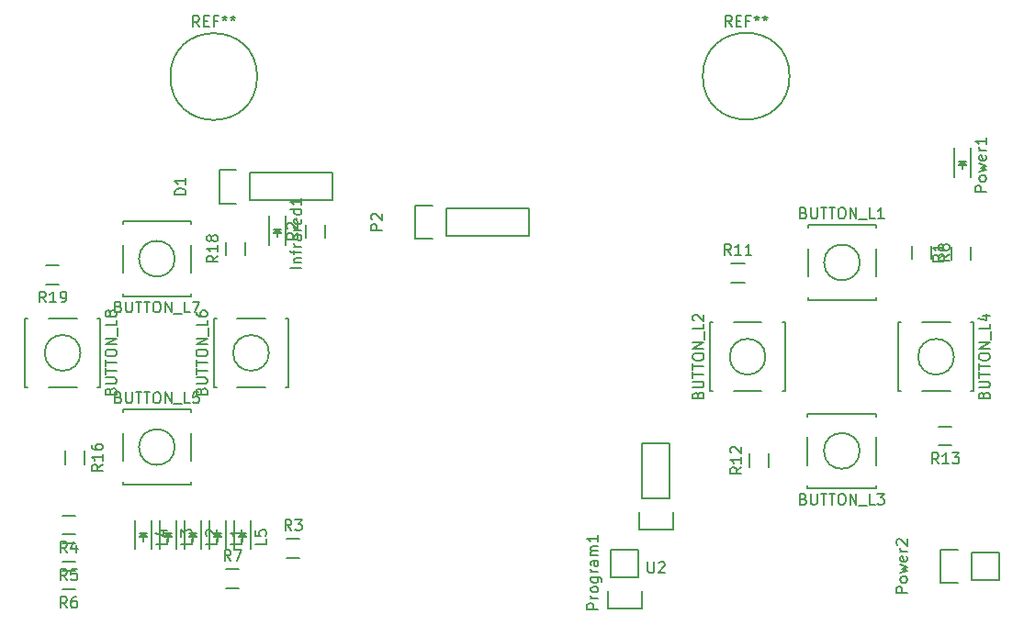
<source format=gto>
G04 #@! TF.FileFunction,Legend,Top*
%FSLAX46Y46*%
G04 Gerber Fmt 4.6, Leading zero omitted, Abs format (unit mm)*
G04 Created by KiCad (PCBNEW 4.0.2+e4-6225~38~ubuntu15.10.1-stable) date Thu 13 Oct 2016 11:24:21 SAST*
%MOMM*%
G01*
G04 APERTURE LIST*
%ADD10C,0.100000*%
%ADD11C,0.150000*%
G04 APERTURE END LIST*
D10*
D11*
X126402600Y-80899000D02*
G75*
G03X126402600Y-80899000I-4000000J0D01*
G01*
X128079100Y-94882100D02*
X128079100Y-94632100D01*
X128079100Y-94632100D02*
X134379100Y-94632100D01*
X134379100Y-94632100D02*
X134379100Y-94882100D01*
X128079100Y-99382100D02*
X128079100Y-96782100D01*
X134379100Y-101282100D02*
X134379100Y-101532100D01*
X134379100Y-101532100D02*
X128079100Y-101532100D01*
X128079100Y-101532100D02*
X128079100Y-101282100D01*
X134379100Y-96782100D02*
X134379100Y-99382100D01*
X132879100Y-98082100D02*
G75*
G03X132879100Y-98082100I-1650000J0D01*
G01*
X119329600Y-109931600D02*
X119079600Y-109931600D01*
X119079600Y-109931600D02*
X119079600Y-103631600D01*
X119079600Y-103631600D02*
X119329600Y-103631600D01*
X123829600Y-109931600D02*
X121229600Y-109931600D01*
X125729600Y-103631600D02*
X125979600Y-103631600D01*
X125979600Y-103631600D02*
X125979600Y-109931600D01*
X125979600Y-109931600D02*
X125729600Y-109931600D01*
X121229600Y-103631600D02*
X123829600Y-103631600D01*
X124179600Y-106781600D02*
G75*
G03X124179600Y-106781600I-1650000J0D01*
G01*
X134366400Y-118668400D02*
X134366400Y-118918400D01*
X134366400Y-118918400D02*
X128066400Y-118918400D01*
X128066400Y-118918400D02*
X128066400Y-118668400D01*
X134366400Y-114168400D02*
X134366400Y-116768400D01*
X128066400Y-112268400D02*
X128066400Y-112018400D01*
X128066400Y-112018400D02*
X134366400Y-112018400D01*
X134366400Y-112018400D02*
X134366400Y-112268400D01*
X128066400Y-116768400D02*
X128066400Y-114168400D01*
X132866400Y-115468400D02*
G75*
G03X132866400Y-115468400I-1650000J0D01*
G01*
X143103200Y-103631600D02*
X143353200Y-103631600D01*
X143353200Y-103631600D02*
X143353200Y-109931600D01*
X143353200Y-109931600D02*
X143103200Y-109931600D01*
X138603200Y-103631600D02*
X141203200Y-103631600D01*
X136703200Y-109931600D02*
X136453200Y-109931600D01*
X136453200Y-109931600D02*
X136453200Y-103631600D01*
X136453200Y-103631600D02*
X136703200Y-103631600D01*
X141203200Y-109931600D02*
X138603200Y-109931600D01*
X141553200Y-106781600D02*
G75*
G03X141553200Y-106781600I-1650000J0D01*
G01*
X64922000Y-111912800D02*
X64922000Y-111662800D01*
X64922000Y-111662800D02*
X71222000Y-111662800D01*
X71222000Y-111662800D02*
X71222000Y-111912800D01*
X64922000Y-116412800D02*
X64922000Y-113812800D01*
X71222000Y-118312800D02*
X71222000Y-118562800D01*
X71222000Y-118562800D02*
X64922000Y-118562800D01*
X64922000Y-118562800D02*
X64922000Y-118312800D01*
X71222000Y-113812800D02*
X71222000Y-116412800D01*
X69722000Y-115112800D02*
G75*
G03X69722000Y-115112800I-1650000J0D01*
G01*
X73558800Y-109576000D02*
X73308800Y-109576000D01*
X73308800Y-109576000D02*
X73308800Y-103276000D01*
X73308800Y-103276000D02*
X73558800Y-103276000D01*
X78058800Y-109576000D02*
X75458800Y-109576000D01*
X79958800Y-103276000D02*
X80208800Y-103276000D01*
X80208800Y-103276000D02*
X80208800Y-109576000D01*
X80208800Y-109576000D02*
X79958800Y-109576000D01*
X75458800Y-103276000D02*
X78058800Y-103276000D01*
X78408800Y-106426000D02*
G75*
G03X78408800Y-106426000I-1650000J0D01*
G01*
X71222000Y-100939200D02*
X71222000Y-101189200D01*
X71222000Y-101189200D02*
X64922000Y-101189200D01*
X64922000Y-101189200D02*
X64922000Y-100939200D01*
X71222000Y-96439200D02*
X71222000Y-99039200D01*
X64922000Y-94539200D02*
X64922000Y-94289200D01*
X64922000Y-94289200D02*
X71222000Y-94289200D01*
X71222000Y-94289200D02*
X71222000Y-94539200D01*
X64922000Y-99039200D02*
X64922000Y-96439200D01*
X69722000Y-97739200D02*
G75*
G03X69722000Y-97739200I-1650000J0D01*
G01*
X62585200Y-103276000D02*
X62835200Y-103276000D01*
X62835200Y-103276000D02*
X62835200Y-109576000D01*
X62835200Y-109576000D02*
X62585200Y-109576000D01*
X58085200Y-103276000D02*
X60685200Y-103276000D01*
X56185200Y-109576000D02*
X55935200Y-109576000D01*
X55935200Y-109576000D02*
X55935200Y-103276000D01*
X55935200Y-103276000D02*
X56185200Y-103276000D01*
X60685200Y-109576000D02*
X58085200Y-109576000D01*
X61035200Y-106426000D02*
G75*
G03X61035200Y-106426000I-1650000J0D01*
G01*
X76657200Y-92354400D02*
X84277200Y-92354400D01*
X76657200Y-89814400D02*
X84277200Y-89814400D01*
X73837200Y-89534400D02*
X75387200Y-89534400D01*
X84277200Y-92354400D02*
X84277200Y-89814400D01*
X76657200Y-89814400D02*
X76657200Y-92354400D01*
X75387200Y-92634400D02*
X73837200Y-92634400D01*
X73837200Y-92634400D02*
X73837200Y-89534400D01*
X78447200Y-93802400D02*
X78447200Y-96502400D01*
X79947200Y-93802400D02*
X79947200Y-96502400D01*
X79047200Y-95302400D02*
X79297200Y-95302400D01*
X79297200Y-95302400D02*
X79147200Y-95152400D01*
X79547200Y-95052400D02*
X78847200Y-95052400D01*
X79197200Y-95402400D02*
X79197200Y-95752400D01*
X79197200Y-95052400D02*
X79547200Y-95402400D01*
X79547200Y-95402400D02*
X78847200Y-95402400D01*
X78847200Y-95402400D02*
X79197200Y-95052400D01*
X72910000Y-121844000D02*
X72910000Y-124544000D01*
X74410000Y-121844000D02*
X74410000Y-124544000D01*
X73510000Y-123344000D02*
X73760000Y-123344000D01*
X73760000Y-123344000D02*
X73610000Y-123194000D01*
X74010000Y-123094000D02*
X73310000Y-123094000D01*
X73660000Y-123444000D02*
X73660000Y-123794000D01*
X73660000Y-123094000D02*
X74010000Y-123444000D01*
X74010000Y-123444000D02*
X73310000Y-123444000D01*
X73310000Y-123444000D02*
X73660000Y-123094000D01*
X70624000Y-121844000D02*
X70624000Y-124544000D01*
X72124000Y-121844000D02*
X72124000Y-124544000D01*
X71224000Y-123344000D02*
X71474000Y-123344000D01*
X71474000Y-123344000D02*
X71324000Y-123194000D01*
X71724000Y-123094000D02*
X71024000Y-123094000D01*
X71374000Y-123444000D02*
X71374000Y-123794000D01*
X71374000Y-123094000D02*
X71724000Y-123444000D01*
X71724000Y-123444000D02*
X71024000Y-123444000D01*
X71024000Y-123444000D02*
X71374000Y-123094000D01*
X68338000Y-121844000D02*
X68338000Y-124544000D01*
X69838000Y-121844000D02*
X69838000Y-124544000D01*
X68938000Y-123344000D02*
X69188000Y-123344000D01*
X69188000Y-123344000D02*
X69038000Y-123194000D01*
X69438000Y-123094000D02*
X68738000Y-123094000D01*
X69088000Y-123444000D02*
X69088000Y-123794000D01*
X69088000Y-123094000D02*
X69438000Y-123444000D01*
X69438000Y-123444000D02*
X68738000Y-123444000D01*
X68738000Y-123444000D02*
X69088000Y-123094000D01*
X66052000Y-121844000D02*
X66052000Y-124544000D01*
X67552000Y-121844000D02*
X67552000Y-124544000D01*
X66652000Y-123344000D02*
X66902000Y-123344000D01*
X66902000Y-123344000D02*
X66752000Y-123194000D01*
X67152000Y-123094000D02*
X66452000Y-123094000D01*
X66802000Y-123444000D02*
X66802000Y-123794000D01*
X66802000Y-123094000D02*
X67152000Y-123444000D01*
X67152000Y-123444000D02*
X66452000Y-123444000D01*
X66452000Y-123444000D02*
X66802000Y-123094000D01*
X75196000Y-121844000D02*
X75196000Y-124544000D01*
X76696000Y-121844000D02*
X76696000Y-124544000D01*
X75796000Y-123344000D02*
X76046000Y-123344000D01*
X76046000Y-123344000D02*
X75896000Y-123194000D01*
X76296000Y-123094000D02*
X75596000Y-123094000D01*
X75946000Y-123444000D02*
X75946000Y-123794000D01*
X75946000Y-123094000D02*
X76296000Y-123444000D01*
X76296000Y-123444000D02*
X75596000Y-123444000D01*
X75596000Y-123444000D02*
X75946000Y-123094000D01*
X94742000Y-95631000D02*
X102362000Y-95631000D01*
X94742000Y-93091000D02*
X102362000Y-93091000D01*
X91922000Y-92811000D02*
X93472000Y-92811000D01*
X102362000Y-95631000D02*
X102362000Y-93091000D01*
X94742000Y-93091000D02*
X94742000Y-95631000D01*
X93472000Y-95911000D02*
X91922000Y-95911000D01*
X91922000Y-95911000D02*
X91922000Y-92811000D01*
X141591600Y-87503200D02*
X141591600Y-90203200D01*
X143091600Y-87503200D02*
X143091600Y-90203200D01*
X142191600Y-89003200D02*
X142441600Y-89003200D01*
X142441600Y-89003200D02*
X142291600Y-88853200D01*
X142691600Y-88753200D02*
X141991600Y-88753200D01*
X142341600Y-89103200D02*
X142341600Y-89453200D01*
X142341600Y-88753200D02*
X142691600Y-89103200D01*
X142691600Y-89103200D02*
X141991600Y-89103200D01*
X141991600Y-89103200D02*
X142341600Y-88753200D01*
X143170000Y-124830000D02*
X145710000Y-124830000D01*
X140350000Y-124550000D02*
X141900000Y-124550000D01*
X143170000Y-124830000D02*
X143170000Y-127370000D01*
X141900000Y-127650000D02*
X140350000Y-127650000D01*
X140350000Y-127650000D02*
X140350000Y-124550000D01*
X143170000Y-127370000D02*
X145710000Y-127370000D01*
X145710000Y-127370000D02*
X145710000Y-124830000D01*
X109931200Y-127152400D02*
X109931200Y-124612400D01*
X109651200Y-129972400D02*
X109651200Y-128422400D01*
X109931200Y-127152400D02*
X112471200Y-127152400D01*
X112751200Y-128422400D02*
X112751200Y-129972400D01*
X112751200Y-129972400D02*
X109651200Y-129972400D01*
X112471200Y-127152400D02*
X112471200Y-124612400D01*
X112471200Y-124612400D02*
X109931200Y-124612400D01*
X143115000Y-96631200D02*
X143115000Y-97831200D01*
X141365000Y-97831200D02*
X141365000Y-96631200D01*
X83577400Y-94599200D02*
X83577400Y-95799200D01*
X81827400Y-95799200D02*
X81827400Y-94599200D01*
X81245000Y-125335000D02*
X80045000Y-125335000D01*
X80045000Y-123585000D02*
X81245000Y-123585000D01*
X59344000Y-121426000D02*
X60544000Y-121426000D01*
X60544000Y-123176000D02*
X59344000Y-123176000D01*
X59344000Y-123966000D02*
X60544000Y-123966000D01*
X60544000Y-125716000D02*
X59344000Y-125716000D01*
X59344000Y-126506000D02*
X60544000Y-126506000D01*
X60544000Y-128256000D02*
X59344000Y-128256000D01*
X75657000Y-128129000D02*
X74457000Y-128129000D01*
X74457000Y-126379000D02*
X75657000Y-126379000D01*
X137707400Y-97780400D02*
X137707400Y-96580400D01*
X139457400Y-96580400D02*
X139457400Y-97780400D01*
X122240600Y-99909600D02*
X121040600Y-99909600D01*
X121040600Y-98159600D02*
X122240600Y-98159600D01*
X124471400Y-115732000D02*
X124471400Y-116932000D01*
X122721400Y-116932000D02*
X122721400Y-115732000D01*
X140166800Y-113221800D02*
X141366800Y-113221800D01*
X141366800Y-114971800D02*
X140166800Y-114971800D01*
X59627800Y-116678000D02*
X59627800Y-115478000D01*
X61377800Y-115478000D02*
X61377800Y-116678000D01*
X76211400Y-96224800D02*
X76211400Y-97424800D01*
X74461400Y-97424800D02*
X74461400Y-96224800D01*
X57870800Y-98337400D02*
X59070800Y-98337400D01*
X59070800Y-100087400D02*
X57870800Y-100087400D01*
X115366800Y-119888000D02*
X115366800Y-114808000D01*
X115366800Y-114808000D02*
X112826800Y-114808000D01*
X112826800Y-114808000D02*
X112826800Y-119888000D01*
X112546800Y-122708000D02*
X112546800Y-121158000D01*
X112826800Y-119888000D02*
X115366800Y-119888000D01*
X115646800Y-121158000D02*
X115646800Y-122708000D01*
X115646800Y-122708000D02*
X112546800Y-122708000D01*
X77317100Y-80937100D02*
G75*
G03X77317100Y-80937100I-4000000J0D01*
G01*
X121069267Y-76303381D02*
X120735933Y-75827190D01*
X120497838Y-76303381D02*
X120497838Y-75303381D01*
X120878791Y-75303381D01*
X120974029Y-75351000D01*
X121021648Y-75398619D01*
X121069267Y-75493857D01*
X121069267Y-75636714D01*
X121021648Y-75731952D01*
X120974029Y-75779571D01*
X120878791Y-75827190D01*
X120497838Y-75827190D01*
X121497838Y-75779571D02*
X121831172Y-75779571D01*
X121974029Y-76303381D02*
X121497838Y-76303381D01*
X121497838Y-75303381D01*
X121974029Y-75303381D01*
X122735934Y-75779571D02*
X122402600Y-75779571D01*
X122402600Y-76303381D02*
X122402600Y-75303381D01*
X122878791Y-75303381D01*
X123402600Y-75303381D02*
X123402600Y-75541476D01*
X123164505Y-75446238D02*
X123402600Y-75541476D01*
X123640696Y-75446238D01*
X123259743Y-75731952D02*
X123402600Y-75541476D01*
X123545458Y-75731952D01*
X124164505Y-75303381D02*
X124164505Y-75541476D01*
X123926410Y-75446238D02*
X124164505Y-75541476D01*
X124402601Y-75446238D01*
X124021648Y-75731952D02*
X124164505Y-75541476D01*
X124307363Y-75731952D01*
X127705291Y-93510671D02*
X127848148Y-93558290D01*
X127895767Y-93605910D01*
X127943386Y-93701148D01*
X127943386Y-93844005D01*
X127895767Y-93939243D01*
X127848148Y-93986862D01*
X127752910Y-94034481D01*
X127371957Y-94034481D01*
X127371957Y-93034481D01*
X127705291Y-93034481D01*
X127800529Y-93082100D01*
X127848148Y-93129719D01*
X127895767Y-93224957D01*
X127895767Y-93320195D01*
X127848148Y-93415433D01*
X127800529Y-93463052D01*
X127705291Y-93510671D01*
X127371957Y-93510671D01*
X128371957Y-93034481D02*
X128371957Y-93844005D01*
X128419576Y-93939243D01*
X128467195Y-93986862D01*
X128562433Y-94034481D01*
X128752910Y-94034481D01*
X128848148Y-93986862D01*
X128895767Y-93939243D01*
X128943386Y-93844005D01*
X128943386Y-93034481D01*
X129276719Y-93034481D02*
X129848148Y-93034481D01*
X129562433Y-94034481D02*
X129562433Y-93034481D01*
X130038624Y-93034481D02*
X130610053Y-93034481D01*
X130324338Y-94034481D02*
X130324338Y-93034481D01*
X131133862Y-93034481D02*
X131324339Y-93034481D01*
X131419577Y-93082100D01*
X131514815Y-93177338D01*
X131562434Y-93367814D01*
X131562434Y-93701148D01*
X131514815Y-93891624D01*
X131419577Y-93986862D01*
X131324339Y-94034481D01*
X131133862Y-94034481D01*
X131038624Y-93986862D01*
X130943386Y-93891624D01*
X130895767Y-93701148D01*
X130895767Y-93367814D01*
X130943386Y-93177338D01*
X131038624Y-93082100D01*
X131133862Y-93034481D01*
X131991005Y-94034481D02*
X131991005Y-93034481D01*
X132562434Y-94034481D01*
X132562434Y-93034481D01*
X132800529Y-94129719D02*
X133562434Y-94129719D01*
X134276720Y-94034481D02*
X133800529Y-94034481D01*
X133800529Y-93034481D01*
X135133863Y-94034481D02*
X134562434Y-94034481D01*
X134848148Y-94034481D02*
X134848148Y-93034481D01*
X134752910Y-93177338D01*
X134657672Y-93272576D01*
X134562434Y-93320195D01*
X117958171Y-110305409D02*
X118005790Y-110162552D01*
X118053410Y-110114933D01*
X118148648Y-110067314D01*
X118291505Y-110067314D01*
X118386743Y-110114933D01*
X118434362Y-110162552D01*
X118481981Y-110257790D01*
X118481981Y-110638743D01*
X117481981Y-110638743D01*
X117481981Y-110305409D01*
X117529600Y-110210171D01*
X117577219Y-110162552D01*
X117672457Y-110114933D01*
X117767695Y-110114933D01*
X117862933Y-110162552D01*
X117910552Y-110210171D01*
X117958171Y-110305409D01*
X117958171Y-110638743D01*
X117481981Y-109638743D02*
X118291505Y-109638743D01*
X118386743Y-109591124D01*
X118434362Y-109543505D01*
X118481981Y-109448267D01*
X118481981Y-109257790D01*
X118434362Y-109162552D01*
X118386743Y-109114933D01*
X118291505Y-109067314D01*
X117481981Y-109067314D01*
X117481981Y-108733981D02*
X117481981Y-108162552D01*
X118481981Y-108448267D02*
X117481981Y-108448267D01*
X117481981Y-107972076D02*
X117481981Y-107400647D01*
X118481981Y-107686362D02*
X117481981Y-107686362D01*
X117481981Y-106876838D02*
X117481981Y-106686361D01*
X117529600Y-106591123D01*
X117624838Y-106495885D01*
X117815314Y-106448266D01*
X118148648Y-106448266D01*
X118339124Y-106495885D01*
X118434362Y-106591123D01*
X118481981Y-106686361D01*
X118481981Y-106876838D01*
X118434362Y-106972076D01*
X118339124Y-107067314D01*
X118148648Y-107114933D01*
X117815314Y-107114933D01*
X117624838Y-107067314D01*
X117529600Y-106972076D01*
X117481981Y-106876838D01*
X118481981Y-106019695D02*
X117481981Y-106019695D01*
X118481981Y-105448266D01*
X117481981Y-105448266D01*
X118577219Y-105210171D02*
X118577219Y-104448266D01*
X118481981Y-103733980D02*
X118481981Y-104210171D01*
X117481981Y-104210171D01*
X117577219Y-103448266D02*
X117529600Y-103400647D01*
X117481981Y-103305409D01*
X117481981Y-103067313D01*
X117529600Y-102972075D01*
X117577219Y-102924456D01*
X117672457Y-102876837D01*
X117767695Y-102876837D01*
X117910552Y-102924456D01*
X118481981Y-103495885D01*
X118481981Y-102876837D01*
X127692591Y-119896971D02*
X127835448Y-119944590D01*
X127883067Y-119992210D01*
X127930686Y-120087448D01*
X127930686Y-120230305D01*
X127883067Y-120325543D01*
X127835448Y-120373162D01*
X127740210Y-120420781D01*
X127359257Y-120420781D01*
X127359257Y-119420781D01*
X127692591Y-119420781D01*
X127787829Y-119468400D01*
X127835448Y-119516019D01*
X127883067Y-119611257D01*
X127883067Y-119706495D01*
X127835448Y-119801733D01*
X127787829Y-119849352D01*
X127692591Y-119896971D01*
X127359257Y-119896971D01*
X128359257Y-119420781D02*
X128359257Y-120230305D01*
X128406876Y-120325543D01*
X128454495Y-120373162D01*
X128549733Y-120420781D01*
X128740210Y-120420781D01*
X128835448Y-120373162D01*
X128883067Y-120325543D01*
X128930686Y-120230305D01*
X128930686Y-119420781D01*
X129264019Y-119420781D02*
X129835448Y-119420781D01*
X129549733Y-120420781D02*
X129549733Y-119420781D01*
X130025924Y-119420781D02*
X130597353Y-119420781D01*
X130311638Y-120420781D02*
X130311638Y-119420781D01*
X131121162Y-119420781D02*
X131311639Y-119420781D01*
X131406877Y-119468400D01*
X131502115Y-119563638D01*
X131549734Y-119754114D01*
X131549734Y-120087448D01*
X131502115Y-120277924D01*
X131406877Y-120373162D01*
X131311639Y-120420781D01*
X131121162Y-120420781D01*
X131025924Y-120373162D01*
X130930686Y-120277924D01*
X130883067Y-120087448D01*
X130883067Y-119754114D01*
X130930686Y-119563638D01*
X131025924Y-119468400D01*
X131121162Y-119420781D01*
X131978305Y-120420781D02*
X131978305Y-119420781D01*
X132549734Y-120420781D01*
X132549734Y-119420781D01*
X132787829Y-120516019D02*
X133549734Y-120516019D01*
X134264020Y-120420781D02*
X133787829Y-120420781D01*
X133787829Y-119420781D01*
X134502115Y-119420781D02*
X135121163Y-119420781D01*
X134787829Y-119801733D01*
X134930687Y-119801733D01*
X135025925Y-119849352D01*
X135073544Y-119896971D01*
X135121163Y-119992210D01*
X135121163Y-120230305D01*
X135073544Y-120325543D01*
X135025925Y-120373162D01*
X134930687Y-120420781D01*
X134644972Y-120420781D01*
X134549734Y-120373162D01*
X134502115Y-120325543D01*
X144331771Y-110305409D02*
X144379390Y-110162552D01*
X144427010Y-110114933D01*
X144522248Y-110067314D01*
X144665105Y-110067314D01*
X144760343Y-110114933D01*
X144807962Y-110162552D01*
X144855581Y-110257790D01*
X144855581Y-110638743D01*
X143855581Y-110638743D01*
X143855581Y-110305409D01*
X143903200Y-110210171D01*
X143950819Y-110162552D01*
X144046057Y-110114933D01*
X144141295Y-110114933D01*
X144236533Y-110162552D01*
X144284152Y-110210171D01*
X144331771Y-110305409D01*
X144331771Y-110638743D01*
X143855581Y-109638743D02*
X144665105Y-109638743D01*
X144760343Y-109591124D01*
X144807962Y-109543505D01*
X144855581Y-109448267D01*
X144855581Y-109257790D01*
X144807962Y-109162552D01*
X144760343Y-109114933D01*
X144665105Y-109067314D01*
X143855581Y-109067314D01*
X143855581Y-108733981D02*
X143855581Y-108162552D01*
X144855581Y-108448267D02*
X143855581Y-108448267D01*
X143855581Y-107972076D02*
X143855581Y-107400647D01*
X144855581Y-107686362D02*
X143855581Y-107686362D01*
X143855581Y-106876838D02*
X143855581Y-106686361D01*
X143903200Y-106591123D01*
X143998438Y-106495885D01*
X144188914Y-106448266D01*
X144522248Y-106448266D01*
X144712724Y-106495885D01*
X144807962Y-106591123D01*
X144855581Y-106686361D01*
X144855581Y-106876838D01*
X144807962Y-106972076D01*
X144712724Y-107067314D01*
X144522248Y-107114933D01*
X144188914Y-107114933D01*
X143998438Y-107067314D01*
X143903200Y-106972076D01*
X143855581Y-106876838D01*
X144855581Y-106019695D02*
X143855581Y-106019695D01*
X144855581Y-105448266D01*
X143855581Y-105448266D01*
X144950819Y-105210171D02*
X144950819Y-104448266D01*
X144855581Y-103733980D02*
X144855581Y-104210171D01*
X143855581Y-104210171D01*
X144188914Y-102972075D02*
X144855581Y-102972075D01*
X143807962Y-103210171D02*
X144522248Y-103448266D01*
X144522248Y-102829218D01*
X64548191Y-110541371D02*
X64691048Y-110588990D01*
X64738667Y-110636610D01*
X64786286Y-110731848D01*
X64786286Y-110874705D01*
X64738667Y-110969943D01*
X64691048Y-111017562D01*
X64595810Y-111065181D01*
X64214857Y-111065181D01*
X64214857Y-110065181D01*
X64548191Y-110065181D01*
X64643429Y-110112800D01*
X64691048Y-110160419D01*
X64738667Y-110255657D01*
X64738667Y-110350895D01*
X64691048Y-110446133D01*
X64643429Y-110493752D01*
X64548191Y-110541371D01*
X64214857Y-110541371D01*
X65214857Y-110065181D02*
X65214857Y-110874705D01*
X65262476Y-110969943D01*
X65310095Y-111017562D01*
X65405333Y-111065181D01*
X65595810Y-111065181D01*
X65691048Y-111017562D01*
X65738667Y-110969943D01*
X65786286Y-110874705D01*
X65786286Y-110065181D01*
X66119619Y-110065181D02*
X66691048Y-110065181D01*
X66405333Y-111065181D02*
X66405333Y-110065181D01*
X66881524Y-110065181D02*
X67452953Y-110065181D01*
X67167238Y-111065181D02*
X67167238Y-110065181D01*
X67976762Y-110065181D02*
X68167239Y-110065181D01*
X68262477Y-110112800D01*
X68357715Y-110208038D01*
X68405334Y-110398514D01*
X68405334Y-110731848D01*
X68357715Y-110922324D01*
X68262477Y-111017562D01*
X68167239Y-111065181D01*
X67976762Y-111065181D01*
X67881524Y-111017562D01*
X67786286Y-110922324D01*
X67738667Y-110731848D01*
X67738667Y-110398514D01*
X67786286Y-110208038D01*
X67881524Y-110112800D01*
X67976762Y-110065181D01*
X68833905Y-111065181D02*
X68833905Y-110065181D01*
X69405334Y-111065181D01*
X69405334Y-110065181D01*
X69643429Y-111160419D02*
X70405334Y-111160419D01*
X71119620Y-111065181D02*
X70643429Y-111065181D01*
X70643429Y-110065181D01*
X71929144Y-110065181D02*
X71452953Y-110065181D01*
X71405334Y-110541371D01*
X71452953Y-110493752D01*
X71548191Y-110446133D01*
X71786287Y-110446133D01*
X71881525Y-110493752D01*
X71929144Y-110541371D01*
X71976763Y-110636610D01*
X71976763Y-110874705D01*
X71929144Y-110969943D01*
X71881525Y-111017562D01*
X71786287Y-111065181D01*
X71548191Y-111065181D01*
X71452953Y-111017562D01*
X71405334Y-110969943D01*
X72187371Y-109949809D02*
X72234990Y-109806952D01*
X72282610Y-109759333D01*
X72377848Y-109711714D01*
X72520705Y-109711714D01*
X72615943Y-109759333D01*
X72663562Y-109806952D01*
X72711181Y-109902190D01*
X72711181Y-110283143D01*
X71711181Y-110283143D01*
X71711181Y-109949809D01*
X71758800Y-109854571D01*
X71806419Y-109806952D01*
X71901657Y-109759333D01*
X71996895Y-109759333D01*
X72092133Y-109806952D01*
X72139752Y-109854571D01*
X72187371Y-109949809D01*
X72187371Y-110283143D01*
X71711181Y-109283143D02*
X72520705Y-109283143D01*
X72615943Y-109235524D01*
X72663562Y-109187905D01*
X72711181Y-109092667D01*
X72711181Y-108902190D01*
X72663562Y-108806952D01*
X72615943Y-108759333D01*
X72520705Y-108711714D01*
X71711181Y-108711714D01*
X71711181Y-108378381D02*
X71711181Y-107806952D01*
X72711181Y-108092667D02*
X71711181Y-108092667D01*
X71711181Y-107616476D02*
X71711181Y-107045047D01*
X72711181Y-107330762D02*
X71711181Y-107330762D01*
X71711181Y-106521238D02*
X71711181Y-106330761D01*
X71758800Y-106235523D01*
X71854038Y-106140285D01*
X72044514Y-106092666D01*
X72377848Y-106092666D01*
X72568324Y-106140285D01*
X72663562Y-106235523D01*
X72711181Y-106330761D01*
X72711181Y-106521238D01*
X72663562Y-106616476D01*
X72568324Y-106711714D01*
X72377848Y-106759333D01*
X72044514Y-106759333D01*
X71854038Y-106711714D01*
X71758800Y-106616476D01*
X71711181Y-106521238D01*
X72711181Y-105664095D02*
X71711181Y-105664095D01*
X72711181Y-105092666D01*
X71711181Y-105092666D01*
X72806419Y-104854571D02*
X72806419Y-104092666D01*
X72711181Y-103378380D02*
X72711181Y-103854571D01*
X71711181Y-103854571D01*
X71711181Y-102616475D02*
X71711181Y-102806952D01*
X71758800Y-102902190D01*
X71806419Y-102949809D01*
X71949276Y-103045047D01*
X72139752Y-103092666D01*
X72520705Y-103092666D01*
X72615943Y-103045047D01*
X72663562Y-102997428D01*
X72711181Y-102902190D01*
X72711181Y-102711713D01*
X72663562Y-102616475D01*
X72615943Y-102568856D01*
X72520705Y-102521237D01*
X72282610Y-102521237D01*
X72187371Y-102568856D01*
X72139752Y-102616475D01*
X72092133Y-102711713D01*
X72092133Y-102902190D01*
X72139752Y-102997428D01*
X72187371Y-103045047D01*
X72282610Y-103092666D01*
X64548191Y-102167771D02*
X64691048Y-102215390D01*
X64738667Y-102263010D01*
X64786286Y-102358248D01*
X64786286Y-102501105D01*
X64738667Y-102596343D01*
X64691048Y-102643962D01*
X64595810Y-102691581D01*
X64214857Y-102691581D01*
X64214857Y-101691581D01*
X64548191Y-101691581D01*
X64643429Y-101739200D01*
X64691048Y-101786819D01*
X64738667Y-101882057D01*
X64738667Y-101977295D01*
X64691048Y-102072533D01*
X64643429Y-102120152D01*
X64548191Y-102167771D01*
X64214857Y-102167771D01*
X65214857Y-101691581D02*
X65214857Y-102501105D01*
X65262476Y-102596343D01*
X65310095Y-102643962D01*
X65405333Y-102691581D01*
X65595810Y-102691581D01*
X65691048Y-102643962D01*
X65738667Y-102596343D01*
X65786286Y-102501105D01*
X65786286Y-101691581D01*
X66119619Y-101691581D02*
X66691048Y-101691581D01*
X66405333Y-102691581D02*
X66405333Y-101691581D01*
X66881524Y-101691581D02*
X67452953Y-101691581D01*
X67167238Y-102691581D02*
X67167238Y-101691581D01*
X67976762Y-101691581D02*
X68167239Y-101691581D01*
X68262477Y-101739200D01*
X68357715Y-101834438D01*
X68405334Y-102024914D01*
X68405334Y-102358248D01*
X68357715Y-102548724D01*
X68262477Y-102643962D01*
X68167239Y-102691581D01*
X67976762Y-102691581D01*
X67881524Y-102643962D01*
X67786286Y-102548724D01*
X67738667Y-102358248D01*
X67738667Y-102024914D01*
X67786286Y-101834438D01*
X67881524Y-101739200D01*
X67976762Y-101691581D01*
X68833905Y-102691581D02*
X68833905Y-101691581D01*
X69405334Y-102691581D01*
X69405334Y-101691581D01*
X69643429Y-102786819D02*
X70405334Y-102786819D01*
X71119620Y-102691581D02*
X70643429Y-102691581D01*
X70643429Y-101691581D01*
X71357715Y-101691581D02*
X72024382Y-101691581D01*
X71595810Y-102691581D01*
X63813771Y-109949809D02*
X63861390Y-109806952D01*
X63909010Y-109759333D01*
X64004248Y-109711714D01*
X64147105Y-109711714D01*
X64242343Y-109759333D01*
X64289962Y-109806952D01*
X64337581Y-109902190D01*
X64337581Y-110283143D01*
X63337581Y-110283143D01*
X63337581Y-109949809D01*
X63385200Y-109854571D01*
X63432819Y-109806952D01*
X63528057Y-109759333D01*
X63623295Y-109759333D01*
X63718533Y-109806952D01*
X63766152Y-109854571D01*
X63813771Y-109949809D01*
X63813771Y-110283143D01*
X63337581Y-109283143D02*
X64147105Y-109283143D01*
X64242343Y-109235524D01*
X64289962Y-109187905D01*
X64337581Y-109092667D01*
X64337581Y-108902190D01*
X64289962Y-108806952D01*
X64242343Y-108759333D01*
X64147105Y-108711714D01*
X63337581Y-108711714D01*
X63337581Y-108378381D02*
X63337581Y-107806952D01*
X64337581Y-108092667D02*
X63337581Y-108092667D01*
X63337581Y-107616476D02*
X63337581Y-107045047D01*
X64337581Y-107330762D02*
X63337581Y-107330762D01*
X63337581Y-106521238D02*
X63337581Y-106330761D01*
X63385200Y-106235523D01*
X63480438Y-106140285D01*
X63670914Y-106092666D01*
X64004248Y-106092666D01*
X64194724Y-106140285D01*
X64289962Y-106235523D01*
X64337581Y-106330761D01*
X64337581Y-106521238D01*
X64289962Y-106616476D01*
X64194724Y-106711714D01*
X64004248Y-106759333D01*
X63670914Y-106759333D01*
X63480438Y-106711714D01*
X63385200Y-106616476D01*
X63337581Y-106521238D01*
X64337581Y-105664095D02*
X63337581Y-105664095D01*
X64337581Y-105092666D01*
X63337581Y-105092666D01*
X64432819Y-104854571D02*
X64432819Y-104092666D01*
X64337581Y-103378380D02*
X64337581Y-103854571D01*
X63337581Y-103854571D01*
X63766152Y-102902190D02*
X63718533Y-102997428D01*
X63670914Y-103045047D01*
X63575676Y-103092666D01*
X63528057Y-103092666D01*
X63432819Y-103045047D01*
X63385200Y-102997428D01*
X63337581Y-102902190D01*
X63337581Y-102711713D01*
X63385200Y-102616475D01*
X63432819Y-102568856D01*
X63528057Y-102521237D01*
X63575676Y-102521237D01*
X63670914Y-102568856D01*
X63718533Y-102616475D01*
X63766152Y-102711713D01*
X63766152Y-102902190D01*
X63813771Y-102997428D01*
X63861390Y-103045047D01*
X63956629Y-103092666D01*
X64147105Y-103092666D01*
X64242343Y-103045047D01*
X64289962Y-102997428D01*
X64337581Y-102902190D01*
X64337581Y-102711713D01*
X64289962Y-102616475D01*
X64242343Y-102568856D01*
X64147105Y-102521237D01*
X63956629Y-102521237D01*
X63861390Y-102568856D01*
X63813771Y-102616475D01*
X63766152Y-102711713D01*
X70739581Y-91822495D02*
X69739581Y-91822495D01*
X69739581Y-91584400D01*
X69787200Y-91441542D01*
X69882438Y-91346304D01*
X69977676Y-91298685D01*
X70168152Y-91251066D01*
X70311010Y-91251066D01*
X70501486Y-91298685D01*
X70596724Y-91346304D01*
X70691962Y-91441542D01*
X70739581Y-91584400D01*
X70739581Y-91822495D01*
X70739581Y-90298685D02*
X70739581Y-90870114D01*
X70739581Y-90584400D02*
X69739581Y-90584400D01*
X69882438Y-90679638D01*
X69977676Y-90774876D01*
X70025295Y-90870114D01*
X81399581Y-98569067D02*
X80399581Y-98569067D01*
X80732914Y-98092877D02*
X81399581Y-98092877D01*
X80828152Y-98092877D02*
X80780533Y-98045258D01*
X80732914Y-97950020D01*
X80732914Y-97807162D01*
X80780533Y-97711924D01*
X80875771Y-97664305D01*
X81399581Y-97664305D01*
X80732914Y-97330972D02*
X80732914Y-96950020D01*
X81399581Y-97188115D02*
X80542438Y-97188115D01*
X80447200Y-97140496D01*
X80399581Y-97045258D01*
X80399581Y-96950020D01*
X81399581Y-96616686D02*
X80732914Y-96616686D01*
X80923390Y-96616686D02*
X80828152Y-96569067D01*
X80780533Y-96521448D01*
X80732914Y-96426210D01*
X80732914Y-96330971D01*
X81399581Y-95569066D02*
X80875771Y-95569066D01*
X80780533Y-95616685D01*
X80732914Y-95711923D01*
X80732914Y-95902400D01*
X80780533Y-95997638D01*
X81351962Y-95569066D02*
X81399581Y-95664304D01*
X81399581Y-95902400D01*
X81351962Y-95997638D01*
X81256724Y-96045257D01*
X81161486Y-96045257D01*
X81066248Y-95997638D01*
X81018629Y-95902400D01*
X81018629Y-95664304D01*
X80971010Y-95569066D01*
X81399581Y-95092876D02*
X80732914Y-95092876D01*
X80923390Y-95092876D02*
X80828152Y-95045257D01*
X80780533Y-94997638D01*
X80732914Y-94902400D01*
X80732914Y-94807161D01*
X81351962Y-94092875D02*
X81399581Y-94188113D01*
X81399581Y-94378590D01*
X81351962Y-94473828D01*
X81256724Y-94521447D01*
X80875771Y-94521447D01*
X80780533Y-94473828D01*
X80732914Y-94378590D01*
X80732914Y-94188113D01*
X80780533Y-94092875D01*
X80875771Y-94045256D01*
X80971010Y-94045256D01*
X81066248Y-94521447D01*
X81399581Y-93188113D02*
X80399581Y-93188113D01*
X81351962Y-93188113D02*
X81399581Y-93283351D01*
X81399581Y-93473828D01*
X81351962Y-93569066D01*
X81304343Y-93616685D01*
X81209105Y-93664304D01*
X80923390Y-93664304D01*
X80828152Y-93616685D01*
X80780533Y-93569066D01*
X80732914Y-93473828D01*
X80732914Y-93283351D01*
X80780533Y-93188113D01*
X81399581Y-92188113D02*
X81399581Y-92759542D01*
X81399581Y-92473828D02*
X80399581Y-92473828D01*
X80542438Y-92569066D01*
X80637676Y-92664304D01*
X80685295Y-92759542D01*
X75862381Y-123610666D02*
X75862381Y-124086857D01*
X74862381Y-124086857D01*
X75862381Y-122753523D02*
X75862381Y-123324952D01*
X75862381Y-123039238D02*
X74862381Y-123039238D01*
X75005238Y-123134476D01*
X75100476Y-123229714D01*
X75148095Y-123324952D01*
X73576381Y-123610666D02*
X73576381Y-124086857D01*
X72576381Y-124086857D01*
X72671619Y-123324952D02*
X72624000Y-123277333D01*
X72576381Y-123182095D01*
X72576381Y-122943999D01*
X72624000Y-122848761D01*
X72671619Y-122801142D01*
X72766857Y-122753523D01*
X72862095Y-122753523D01*
X73004952Y-122801142D01*
X73576381Y-123372571D01*
X73576381Y-122753523D01*
X71290381Y-123610666D02*
X71290381Y-124086857D01*
X70290381Y-124086857D01*
X70290381Y-123372571D02*
X70290381Y-122753523D01*
X70671333Y-123086857D01*
X70671333Y-122943999D01*
X70718952Y-122848761D01*
X70766571Y-122801142D01*
X70861810Y-122753523D01*
X71099905Y-122753523D01*
X71195143Y-122801142D01*
X71242762Y-122848761D01*
X71290381Y-122943999D01*
X71290381Y-123229714D01*
X71242762Y-123324952D01*
X71195143Y-123372571D01*
X69004381Y-123610666D02*
X69004381Y-124086857D01*
X68004381Y-124086857D01*
X68337714Y-122848761D02*
X69004381Y-122848761D01*
X67956762Y-123086857D02*
X68671048Y-123324952D01*
X68671048Y-122705904D01*
X78148381Y-123610666D02*
X78148381Y-124086857D01*
X77148381Y-124086857D01*
X77148381Y-122801142D02*
X77148381Y-123277333D01*
X77624571Y-123324952D01*
X77576952Y-123277333D01*
X77529333Y-123182095D01*
X77529333Y-122943999D01*
X77576952Y-122848761D01*
X77624571Y-122801142D01*
X77719810Y-122753523D01*
X77957905Y-122753523D01*
X78053143Y-122801142D01*
X78100762Y-122848761D01*
X78148381Y-122943999D01*
X78148381Y-123182095D01*
X78100762Y-123277333D01*
X78053143Y-123324952D01*
X88824381Y-95099095D02*
X87824381Y-95099095D01*
X87824381Y-94718142D01*
X87872000Y-94622904D01*
X87919619Y-94575285D01*
X88014857Y-94527666D01*
X88157714Y-94527666D01*
X88252952Y-94575285D01*
X88300571Y-94622904D01*
X88348190Y-94718142D01*
X88348190Y-95099095D01*
X87919619Y-94146714D02*
X87872000Y-94099095D01*
X87824381Y-94003857D01*
X87824381Y-93765761D01*
X87872000Y-93670523D01*
X87919619Y-93622904D01*
X88014857Y-93575285D01*
X88110095Y-93575285D01*
X88252952Y-93622904D01*
X88824381Y-94194333D01*
X88824381Y-93575285D01*
X144543981Y-91555581D02*
X143543981Y-91555581D01*
X143543981Y-91174628D01*
X143591600Y-91079390D01*
X143639219Y-91031771D01*
X143734457Y-90984152D01*
X143877314Y-90984152D01*
X143972552Y-91031771D01*
X144020171Y-91079390D01*
X144067790Y-91174628D01*
X144067790Y-91555581D01*
X144543981Y-90412724D02*
X144496362Y-90507962D01*
X144448743Y-90555581D01*
X144353505Y-90603200D01*
X144067790Y-90603200D01*
X143972552Y-90555581D01*
X143924933Y-90507962D01*
X143877314Y-90412724D01*
X143877314Y-90269866D01*
X143924933Y-90174628D01*
X143972552Y-90127009D01*
X144067790Y-90079390D01*
X144353505Y-90079390D01*
X144448743Y-90127009D01*
X144496362Y-90174628D01*
X144543981Y-90269866D01*
X144543981Y-90412724D01*
X143877314Y-89746057D02*
X144543981Y-89555581D01*
X144067790Y-89365104D01*
X144543981Y-89174628D01*
X143877314Y-88984152D01*
X144496362Y-88222247D02*
X144543981Y-88317485D01*
X144543981Y-88507962D01*
X144496362Y-88603200D01*
X144401124Y-88650819D01*
X144020171Y-88650819D01*
X143924933Y-88603200D01*
X143877314Y-88507962D01*
X143877314Y-88317485D01*
X143924933Y-88222247D01*
X144020171Y-88174628D01*
X144115410Y-88174628D01*
X144210648Y-88650819D01*
X144543981Y-87746057D02*
X143877314Y-87746057D01*
X144067790Y-87746057D02*
X143972552Y-87698438D01*
X143924933Y-87650819D01*
X143877314Y-87555581D01*
X143877314Y-87460342D01*
X144543981Y-86603199D02*
X144543981Y-87174628D01*
X144543981Y-86888914D02*
X143543981Y-86888914D01*
X143686838Y-86984152D01*
X143782076Y-87079390D01*
X143829695Y-87174628D01*
X137252381Y-128552381D02*
X136252381Y-128552381D01*
X136252381Y-128171428D01*
X136300000Y-128076190D01*
X136347619Y-128028571D01*
X136442857Y-127980952D01*
X136585714Y-127980952D01*
X136680952Y-128028571D01*
X136728571Y-128076190D01*
X136776190Y-128171428D01*
X136776190Y-128552381D01*
X137252381Y-127409524D02*
X137204762Y-127504762D01*
X137157143Y-127552381D01*
X137061905Y-127600000D01*
X136776190Y-127600000D01*
X136680952Y-127552381D01*
X136633333Y-127504762D01*
X136585714Y-127409524D01*
X136585714Y-127266666D01*
X136633333Y-127171428D01*
X136680952Y-127123809D01*
X136776190Y-127076190D01*
X137061905Y-127076190D01*
X137157143Y-127123809D01*
X137204762Y-127171428D01*
X137252381Y-127266666D01*
X137252381Y-127409524D01*
X136585714Y-126742857D02*
X137252381Y-126552381D01*
X136776190Y-126361904D01*
X137252381Y-126171428D01*
X136585714Y-125980952D01*
X137204762Y-125219047D02*
X137252381Y-125314285D01*
X137252381Y-125504762D01*
X137204762Y-125600000D01*
X137109524Y-125647619D01*
X136728571Y-125647619D01*
X136633333Y-125600000D01*
X136585714Y-125504762D01*
X136585714Y-125314285D01*
X136633333Y-125219047D01*
X136728571Y-125171428D01*
X136823810Y-125171428D01*
X136919048Y-125647619D01*
X137252381Y-124742857D02*
X136585714Y-124742857D01*
X136776190Y-124742857D02*
X136680952Y-124695238D01*
X136633333Y-124647619D01*
X136585714Y-124552381D01*
X136585714Y-124457142D01*
X136347619Y-124171428D02*
X136300000Y-124123809D01*
X136252381Y-124028571D01*
X136252381Y-123790475D01*
X136300000Y-123695237D01*
X136347619Y-123647618D01*
X136442857Y-123599999D01*
X136538095Y-123599999D01*
X136680952Y-123647618D01*
X137252381Y-124219047D01*
X137252381Y-123599999D01*
X108752381Y-130080953D02*
X107752381Y-130080953D01*
X107752381Y-129700000D01*
X107800000Y-129604762D01*
X107847619Y-129557143D01*
X107942857Y-129509524D01*
X108085714Y-129509524D01*
X108180952Y-129557143D01*
X108228571Y-129604762D01*
X108276190Y-129700000D01*
X108276190Y-130080953D01*
X108752381Y-129080953D02*
X108085714Y-129080953D01*
X108276190Y-129080953D02*
X108180952Y-129033334D01*
X108133333Y-128985715D01*
X108085714Y-128890477D01*
X108085714Y-128795238D01*
X108752381Y-128319048D02*
X108704762Y-128414286D01*
X108657143Y-128461905D01*
X108561905Y-128509524D01*
X108276190Y-128509524D01*
X108180952Y-128461905D01*
X108133333Y-128414286D01*
X108085714Y-128319048D01*
X108085714Y-128176190D01*
X108133333Y-128080952D01*
X108180952Y-128033333D01*
X108276190Y-127985714D01*
X108561905Y-127985714D01*
X108657143Y-128033333D01*
X108704762Y-128080952D01*
X108752381Y-128176190D01*
X108752381Y-128319048D01*
X108085714Y-127128571D02*
X108895238Y-127128571D01*
X108990476Y-127176190D01*
X109038095Y-127223809D01*
X109085714Y-127319048D01*
X109085714Y-127461905D01*
X109038095Y-127557143D01*
X108704762Y-127128571D02*
X108752381Y-127223809D01*
X108752381Y-127414286D01*
X108704762Y-127509524D01*
X108657143Y-127557143D01*
X108561905Y-127604762D01*
X108276190Y-127604762D01*
X108180952Y-127557143D01*
X108133333Y-127509524D01*
X108085714Y-127414286D01*
X108085714Y-127223809D01*
X108133333Y-127128571D01*
X108752381Y-126652381D02*
X108085714Y-126652381D01*
X108276190Y-126652381D02*
X108180952Y-126604762D01*
X108133333Y-126557143D01*
X108085714Y-126461905D01*
X108085714Y-126366666D01*
X108752381Y-125604761D02*
X108228571Y-125604761D01*
X108133333Y-125652380D01*
X108085714Y-125747618D01*
X108085714Y-125938095D01*
X108133333Y-126033333D01*
X108704762Y-125604761D02*
X108752381Y-125699999D01*
X108752381Y-125938095D01*
X108704762Y-126033333D01*
X108609524Y-126080952D01*
X108514286Y-126080952D01*
X108419048Y-126033333D01*
X108371429Y-125938095D01*
X108371429Y-125699999D01*
X108323810Y-125604761D01*
X108752381Y-125128571D02*
X108085714Y-125128571D01*
X108180952Y-125128571D02*
X108133333Y-125080952D01*
X108085714Y-124985714D01*
X108085714Y-124842856D01*
X108133333Y-124747618D01*
X108228571Y-124699999D01*
X108752381Y-124699999D01*
X108228571Y-124699999D02*
X108133333Y-124652380D01*
X108085714Y-124557142D01*
X108085714Y-124414285D01*
X108133333Y-124319047D01*
X108228571Y-124271428D01*
X108752381Y-124271428D01*
X108752381Y-123271428D02*
X108752381Y-123842857D01*
X108752381Y-123557143D02*
X107752381Y-123557143D01*
X107895238Y-123652381D01*
X107990476Y-123747619D01*
X108038095Y-123842857D01*
X140592381Y-97397866D02*
X140116190Y-97731200D01*
X140592381Y-97969295D02*
X139592381Y-97969295D01*
X139592381Y-97588342D01*
X139640000Y-97493104D01*
X139687619Y-97445485D01*
X139782857Y-97397866D01*
X139925714Y-97397866D01*
X140020952Y-97445485D01*
X140068571Y-97493104D01*
X140116190Y-97588342D01*
X140116190Y-97969295D01*
X140592381Y-96445485D02*
X140592381Y-97016914D01*
X140592381Y-96731200D02*
X139592381Y-96731200D01*
X139735238Y-96826438D01*
X139830476Y-96921676D01*
X139878095Y-97016914D01*
X81054781Y-95365866D02*
X80578590Y-95699200D01*
X81054781Y-95937295D02*
X80054781Y-95937295D01*
X80054781Y-95556342D01*
X80102400Y-95461104D01*
X80150019Y-95413485D01*
X80245257Y-95365866D01*
X80388114Y-95365866D01*
X80483352Y-95413485D01*
X80530971Y-95461104D01*
X80578590Y-95556342D01*
X80578590Y-95937295D01*
X80150019Y-94984914D02*
X80102400Y-94937295D01*
X80054781Y-94842057D01*
X80054781Y-94603961D01*
X80102400Y-94508723D01*
X80150019Y-94461104D01*
X80245257Y-94413485D01*
X80340495Y-94413485D01*
X80483352Y-94461104D01*
X81054781Y-95032533D01*
X81054781Y-94413485D01*
X80478334Y-122812381D02*
X80145000Y-122336190D01*
X79906905Y-122812381D02*
X79906905Y-121812381D01*
X80287858Y-121812381D01*
X80383096Y-121860000D01*
X80430715Y-121907619D01*
X80478334Y-122002857D01*
X80478334Y-122145714D01*
X80430715Y-122240952D01*
X80383096Y-122288571D01*
X80287858Y-122336190D01*
X79906905Y-122336190D01*
X80811667Y-121812381D02*
X81430715Y-121812381D01*
X81097381Y-122193333D01*
X81240239Y-122193333D01*
X81335477Y-122240952D01*
X81383096Y-122288571D01*
X81430715Y-122383810D01*
X81430715Y-122621905D01*
X81383096Y-122717143D01*
X81335477Y-122764762D01*
X81240239Y-122812381D01*
X80954524Y-122812381D01*
X80859286Y-122764762D01*
X80811667Y-122717143D01*
X59777334Y-124853381D02*
X59444000Y-124377190D01*
X59205905Y-124853381D02*
X59205905Y-123853381D01*
X59586858Y-123853381D01*
X59682096Y-123901000D01*
X59729715Y-123948619D01*
X59777334Y-124043857D01*
X59777334Y-124186714D01*
X59729715Y-124281952D01*
X59682096Y-124329571D01*
X59586858Y-124377190D01*
X59205905Y-124377190D01*
X60634477Y-124186714D02*
X60634477Y-124853381D01*
X60396381Y-123805762D02*
X60158286Y-124520048D01*
X60777334Y-124520048D01*
X59777334Y-127393381D02*
X59444000Y-126917190D01*
X59205905Y-127393381D02*
X59205905Y-126393381D01*
X59586858Y-126393381D01*
X59682096Y-126441000D01*
X59729715Y-126488619D01*
X59777334Y-126583857D01*
X59777334Y-126726714D01*
X59729715Y-126821952D01*
X59682096Y-126869571D01*
X59586858Y-126917190D01*
X59205905Y-126917190D01*
X60682096Y-126393381D02*
X60205905Y-126393381D01*
X60158286Y-126869571D01*
X60205905Y-126821952D01*
X60301143Y-126774333D01*
X60539239Y-126774333D01*
X60634477Y-126821952D01*
X60682096Y-126869571D01*
X60729715Y-126964810D01*
X60729715Y-127202905D01*
X60682096Y-127298143D01*
X60634477Y-127345762D01*
X60539239Y-127393381D01*
X60301143Y-127393381D01*
X60205905Y-127345762D01*
X60158286Y-127298143D01*
X59777334Y-129933381D02*
X59444000Y-129457190D01*
X59205905Y-129933381D02*
X59205905Y-128933381D01*
X59586858Y-128933381D01*
X59682096Y-128981000D01*
X59729715Y-129028619D01*
X59777334Y-129123857D01*
X59777334Y-129266714D01*
X59729715Y-129361952D01*
X59682096Y-129409571D01*
X59586858Y-129457190D01*
X59205905Y-129457190D01*
X60634477Y-128933381D02*
X60444000Y-128933381D01*
X60348762Y-128981000D01*
X60301143Y-129028619D01*
X60205905Y-129171476D01*
X60158286Y-129361952D01*
X60158286Y-129742905D01*
X60205905Y-129838143D01*
X60253524Y-129885762D01*
X60348762Y-129933381D01*
X60539239Y-129933381D01*
X60634477Y-129885762D01*
X60682096Y-129838143D01*
X60729715Y-129742905D01*
X60729715Y-129504810D01*
X60682096Y-129409571D01*
X60634477Y-129361952D01*
X60539239Y-129314333D01*
X60348762Y-129314333D01*
X60253524Y-129361952D01*
X60205905Y-129409571D01*
X60158286Y-129504810D01*
X74890334Y-125606381D02*
X74557000Y-125130190D01*
X74318905Y-125606381D02*
X74318905Y-124606381D01*
X74699858Y-124606381D01*
X74795096Y-124654000D01*
X74842715Y-124701619D01*
X74890334Y-124796857D01*
X74890334Y-124939714D01*
X74842715Y-125034952D01*
X74795096Y-125082571D01*
X74699858Y-125130190D01*
X74318905Y-125130190D01*
X75223667Y-124606381D02*
X75890334Y-124606381D01*
X75461762Y-125606381D01*
X141134781Y-97347066D02*
X140658590Y-97680400D01*
X141134781Y-97918495D02*
X140134781Y-97918495D01*
X140134781Y-97537542D01*
X140182400Y-97442304D01*
X140230019Y-97394685D01*
X140325257Y-97347066D01*
X140468114Y-97347066D01*
X140563352Y-97394685D01*
X140610971Y-97442304D01*
X140658590Y-97537542D01*
X140658590Y-97918495D01*
X140563352Y-96775638D02*
X140515733Y-96870876D01*
X140468114Y-96918495D01*
X140372876Y-96966114D01*
X140325257Y-96966114D01*
X140230019Y-96918495D01*
X140182400Y-96870876D01*
X140134781Y-96775638D01*
X140134781Y-96585161D01*
X140182400Y-96489923D01*
X140230019Y-96442304D01*
X140325257Y-96394685D01*
X140372876Y-96394685D01*
X140468114Y-96442304D01*
X140515733Y-96489923D01*
X140563352Y-96585161D01*
X140563352Y-96775638D01*
X140610971Y-96870876D01*
X140658590Y-96918495D01*
X140753829Y-96966114D01*
X140944305Y-96966114D01*
X141039543Y-96918495D01*
X141087162Y-96870876D01*
X141134781Y-96775638D01*
X141134781Y-96585161D01*
X141087162Y-96489923D01*
X141039543Y-96442304D01*
X140944305Y-96394685D01*
X140753829Y-96394685D01*
X140658590Y-96442304D01*
X140610971Y-96489923D01*
X140563352Y-96585161D01*
X120997743Y-97386981D02*
X120664409Y-96910790D01*
X120426314Y-97386981D02*
X120426314Y-96386981D01*
X120807267Y-96386981D01*
X120902505Y-96434600D01*
X120950124Y-96482219D01*
X120997743Y-96577457D01*
X120997743Y-96720314D01*
X120950124Y-96815552D01*
X120902505Y-96863171D01*
X120807267Y-96910790D01*
X120426314Y-96910790D01*
X121950124Y-97386981D02*
X121378695Y-97386981D01*
X121664409Y-97386981D02*
X121664409Y-96386981D01*
X121569171Y-96529838D01*
X121473933Y-96625076D01*
X121378695Y-96672695D01*
X122902505Y-97386981D02*
X122331076Y-97386981D01*
X122616790Y-97386981D02*
X122616790Y-96386981D01*
X122521552Y-96529838D01*
X122426314Y-96625076D01*
X122331076Y-96672695D01*
X121948781Y-116974857D02*
X121472590Y-117308191D01*
X121948781Y-117546286D02*
X120948781Y-117546286D01*
X120948781Y-117165333D01*
X120996400Y-117070095D01*
X121044019Y-117022476D01*
X121139257Y-116974857D01*
X121282114Y-116974857D01*
X121377352Y-117022476D01*
X121424971Y-117070095D01*
X121472590Y-117165333D01*
X121472590Y-117546286D01*
X121948781Y-116022476D02*
X121948781Y-116593905D01*
X121948781Y-116308191D02*
X120948781Y-116308191D01*
X121091638Y-116403429D01*
X121186876Y-116498667D01*
X121234495Y-116593905D01*
X121044019Y-115641524D02*
X120996400Y-115593905D01*
X120948781Y-115498667D01*
X120948781Y-115260571D01*
X120996400Y-115165333D01*
X121044019Y-115117714D01*
X121139257Y-115070095D01*
X121234495Y-115070095D01*
X121377352Y-115117714D01*
X121948781Y-115689143D01*
X121948781Y-115070095D01*
X140123943Y-116649181D02*
X139790609Y-116172990D01*
X139552514Y-116649181D02*
X139552514Y-115649181D01*
X139933467Y-115649181D01*
X140028705Y-115696800D01*
X140076324Y-115744419D01*
X140123943Y-115839657D01*
X140123943Y-115982514D01*
X140076324Y-116077752D01*
X140028705Y-116125371D01*
X139933467Y-116172990D01*
X139552514Y-116172990D01*
X141076324Y-116649181D02*
X140504895Y-116649181D01*
X140790609Y-116649181D02*
X140790609Y-115649181D01*
X140695371Y-115792038D01*
X140600133Y-115887276D01*
X140504895Y-115934895D01*
X141409657Y-115649181D02*
X142028705Y-115649181D01*
X141695371Y-116030133D01*
X141838229Y-116030133D01*
X141933467Y-116077752D01*
X141981086Y-116125371D01*
X142028705Y-116220610D01*
X142028705Y-116458705D01*
X141981086Y-116553943D01*
X141933467Y-116601562D01*
X141838229Y-116649181D01*
X141552514Y-116649181D01*
X141457276Y-116601562D01*
X141409657Y-116553943D01*
X63055181Y-116720857D02*
X62578990Y-117054191D01*
X63055181Y-117292286D02*
X62055181Y-117292286D01*
X62055181Y-116911333D01*
X62102800Y-116816095D01*
X62150419Y-116768476D01*
X62245657Y-116720857D01*
X62388514Y-116720857D01*
X62483752Y-116768476D01*
X62531371Y-116816095D01*
X62578990Y-116911333D01*
X62578990Y-117292286D01*
X63055181Y-115768476D02*
X63055181Y-116339905D01*
X63055181Y-116054191D02*
X62055181Y-116054191D01*
X62198038Y-116149429D01*
X62293276Y-116244667D01*
X62340895Y-116339905D01*
X62055181Y-114911333D02*
X62055181Y-115101810D01*
X62102800Y-115197048D01*
X62150419Y-115244667D01*
X62293276Y-115339905D01*
X62483752Y-115387524D01*
X62864705Y-115387524D01*
X62959943Y-115339905D01*
X63007562Y-115292286D01*
X63055181Y-115197048D01*
X63055181Y-115006571D01*
X63007562Y-114911333D01*
X62959943Y-114863714D01*
X62864705Y-114816095D01*
X62626610Y-114816095D01*
X62531371Y-114863714D01*
X62483752Y-114911333D01*
X62436133Y-115006571D01*
X62436133Y-115197048D01*
X62483752Y-115292286D01*
X62531371Y-115339905D01*
X62626610Y-115387524D01*
X73688781Y-97467657D02*
X73212590Y-97800991D01*
X73688781Y-98039086D02*
X72688781Y-98039086D01*
X72688781Y-97658133D01*
X72736400Y-97562895D01*
X72784019Y-97515276D01*
X72879257Y-97467657D01*
X73022114Y-97467657D01*
X73117352Y-97515276D01*
X73164971Y-97562895D01*
X73212590Y-97658133D01*
X73212590Y-98039086D01*
X73688781Y-96515276D02*
X73688781Y-97086705D01*
X73688781Y-96800991D02*
X72688781Y-96800991D01*
X72831638Y-96896229D01*
X72926876Y-96991467D01*
X72974495Y-97086705D01*
X73117352Y-95943848D02*
X73069733Y-96039086D01*
X73022114Y-96086705D01*
X72926876Y-96134324D01*
X72879257Y-96134324D01*
X72784019Y-96086705D01*
X72736400Y-96039086D01*
X72688781Y-95943848D01*
X72688781Y-95753371D01*
X72736400Y-95658133D01*
X72784019Y-95610514D01*
X72879257Y-95562895D01*
X72926876Y-95562895D01*
X73022114Y-95610514D01*
X73069733Y-95658133D01*
X73117352Y-95753371D01*
X73117352Y-95943848D01*
X73164971Y-96039086D01*
X73212590Y-96086705D01*
X73307829Y-96134324D01*
X73498305Y-96134324D01*
X73593543Y-96086705D01*
X73641162Y-96039086D01*
X73688781Y-95943848D01*
X73688781Y-95753371D01*
X73641162Y-95658133D01*
X73593543Y-95610514D01*
X73498305Y-95562895D01*
X73307829Y-95562895D01*
X73212590Y-95610514D01*
X73164971Y-95658133D01*
X73117352Y-95753371D01*
X57827943Y-101764781D02*
X57494609Y-101288590D01*
X57256514Y-101764781D02*
X57256514Y-100764781D01*
X57637467Y-100764781D01*
X57732705Y-100812400D01*
X57780324Y-100860019D01*
X57827943Y-100955257D01*
X57827943Y-101098114D01*
X57780324Y-101193352D01*
X57732705Y-101240971D01*
X57637467Y-101288590D01*
X57256514Y-101288590D01*
X58780324Y-101764781D02*
X58208895Y-101764781D01*
X58494609Y-101764781D02*
X58494609Y-100764781D01*
X58399371Y-100907638D01*
X58304133Y-101002876D01*
X58208895Y-101050495D01*
X59256514Y-101764781D02*
X59446990Y-101764781D01*
X59542229Y-101717162D01*
X59589848Y-101669543D01*
X59685086Y-101526686D01*
X59732705Y-101336210D01*
X59732705Y-100955257D01*
X59685086Y-100860019D01*
X59637467Y-100812400D01*
X59542229Y-100764781D01*
X59351752Y-100764781D01*
X59256514Y-100812400D01*
X59208895Y-100860019D01*
X59161276Y-100955257D01*
X59161276Y-101193352D01*
X59208895Y-101288590D01*
X59256514Y-101336210D01*
X59351752Y-101383829D01*
X59542229Y-101383829D01*
X59637467Y-101336210D01*
X59685086Y-101288590D01*
X59732705Y-101193352D01*
X113334895Y-125710381D02*
X113334895Y-126519905D01*
X113382514Y-126615143D01*
X113430133Y-126662762D01*
X113525371Y-126710381D01*
X113715848Y-126710381D01*
X113811086Y-126662762D01*
X113858705Y-126615143D01*
X113906324Y-126519905D01*
X113906324Y-125710381D01*
X114334895Y-125805619D02*
X114382514Y-125758000D01*
X114477752Y-125710381D01*
X114715848Y-125710381D01*
X114811086Y-125758000D01*
X114858705Y-125805619D01*
X114906324Y-125900857D01*
X114906324Y-125996095D01*
X114858705Y-126138952D01*
X114287276Y-126710381D01*
X114906324Y-126710381D01*
X71983767Y-76341481D02*
X71650433Y-75865290D01*
X71412338Y-76341481D02*
X71412338Y-75341481D01*
X71793291Y-75341481D01*
X71888529Y-75389100D01*
X71936148Y-75436719D01*
X71983767Y-75531957D01*
X71983767Y-75674814D01*
X71936148Y-75770052D01*
X71888529Y-75817671D01*
X71793291Y-75865290D01*
X71412338Y-75865290D01*
X72412338Y-75817671D02*
X72745672Y-75817671D01*
X72888529Y-76341481D02*
X72412338Y-76341481D01*
X72412338Y-75341481D01*
X72888529Y-75341481D01*
X73650434Y-75817671D02*
X73317100Y-75817671D01*
X73317100Y-76341481D02*
X73317100Y-75341481D01*
X73793291Y-75341481D01*
X74317100Y-75341481D02*
X74317100Y-75579576D01*
X74079005Y-75484338D02*
X74317100Y-75579576D01*
X74555196Y-75484338D01*
X74174243Y-75770052D02*
X74317100Y-75579576D01*
X74459958Y-75770052D01*
X75079005Y-75341481D02*
X75079005Y-75579576D01*
X74840910Y-75484338D02*
X75079005Y-75579576D01*
X75317101Y-75484338D01*
X74936148Y-75770052D02*
X75079005Y-75579576D01*
X75221863Y-75770052D01*
M02*

</source>
